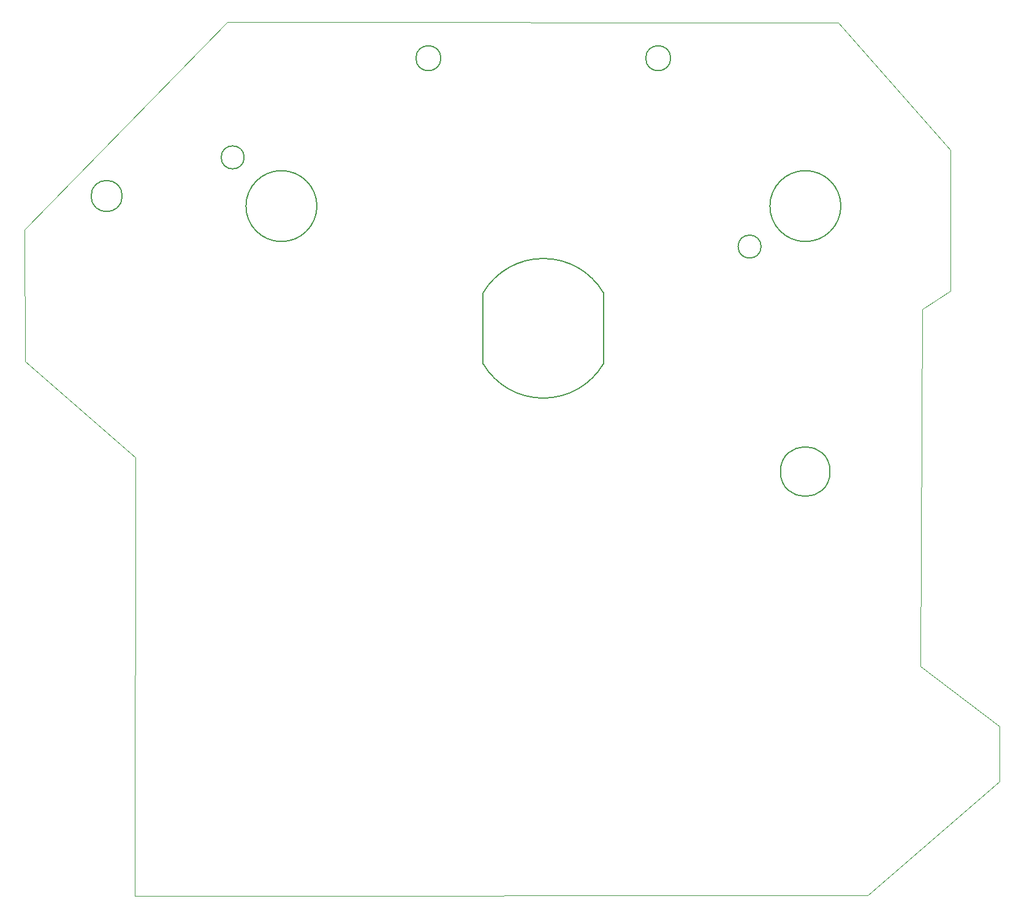
<source format=gbr>
%TF.GenerationSoftware,KiCad,Pcbnew,(6.0.9)*%
%TF.CreationDate,2022-12-26T19:41:24-09:00*%
%TF.ProjectId,PCB_ KY-58 PANEL,5043422c-204b-4592-9d35-382050414e45,rev?*%
%TF.SameCoordinates,Original*%
%TF.FileFunction,Profile,NP*%
%FSLAX46Y46*%
G04 Gerber Fmt 4.6, Leading zero omitted, Abs format (unit mm)*
G04 Created by KiCad (PCBNEW (6.0.9)) date 2022-12-26 19:41:24*
%MOMM*%
%LPD*%
G01*
G04 APERTURE LIST*
%TA.AperFunction,Profile*%
%ADD10C,0.050000*%
%TD*%
%TA.AperFunction,Profile*%
%ADD11C,0.200000*%
%TD*%
G04 APERTURE END LIST*
D10*
X95600000Y-92320000D02*
X95540000Y-152950000D01*
X214950000Y-137100000D02*
X196790000Y-152860000D01*
X80289400Y-60858400D02*
X80391000Y-79070200D01*
D11*
X93782907Y-56178977D02*
G75*
G03*
X93782907Y-56178977I-2152649J0D01*
G01*
X110627307Y-50838807D02*
G75*
G03*
X110627307Y-50838807I-1587500J0D01*
G01*
X182046613Y-63172654D02*
G75*
G03*
X182046613Y-63172654I-1587500J0D01*
G01*
D10*
X204030000Y-121240000D02*
X215010000Y-129510000D01*
D11*
X160269646Y-79369227D02*
X160273757Y-69571708D01*
D10*
X208250000Y-49810000D02*
X192700000Y-32200000D01*
X108280200Y-32131000D02*
X80289400Y-60858400D01*
D11*
X191579258Y-94278977D02*
G75*
G03*
X191579258Y-94278977I-3429000J0D01*
G01*
X120677200Y-57573999D02*
G75*
G03*
X120677200Y-57573999I-4902200J0D01*
G01*
D10*
X80391000Y-79070200D02*
X95600000Y-92320000D01*
X208190000Y-69280000D02*
X204350000Y-71810000D01*
D11*
X143636761Y-79362245D02*
G75*
G03*
X160269646Y-79369227I8318499J4895265D01*
G01*
X143640871Y-69564727D02*
X143636758Y-79362247D01*
D10*
X215010000Y-129510000D02*
X214950000Y-137100000D01*
X192700000Y-32200000D02*
X108280200Y-32131000D01*
D11*
X160273760Y-69571706D02*
G75*
G03*
X143640871Y-69564727I-8318500J-4895274D01*
G01*
X137807457Y-37128977D02*
G75*
G03*
X137807457Y-37128977I-1727199J0D01*
G01*
X169557457Y-37128977D02*
G75*
G03*
X169557457Y-37128977I-1727199J0D01*
G01*
X193067199Y-57573999D02*
G75*
G03*
X193067199Y-57573999I-4902200J0D01*
G01*
D10*
X208250000Y-49810000D02*
X208190000Y-69280000D01*
X95540000Y-152950000D02*
X196790000Y-152860000D01*
X204350000Y-71810000D02*
X204030000Y-121240000D01*
M02*

</source>
